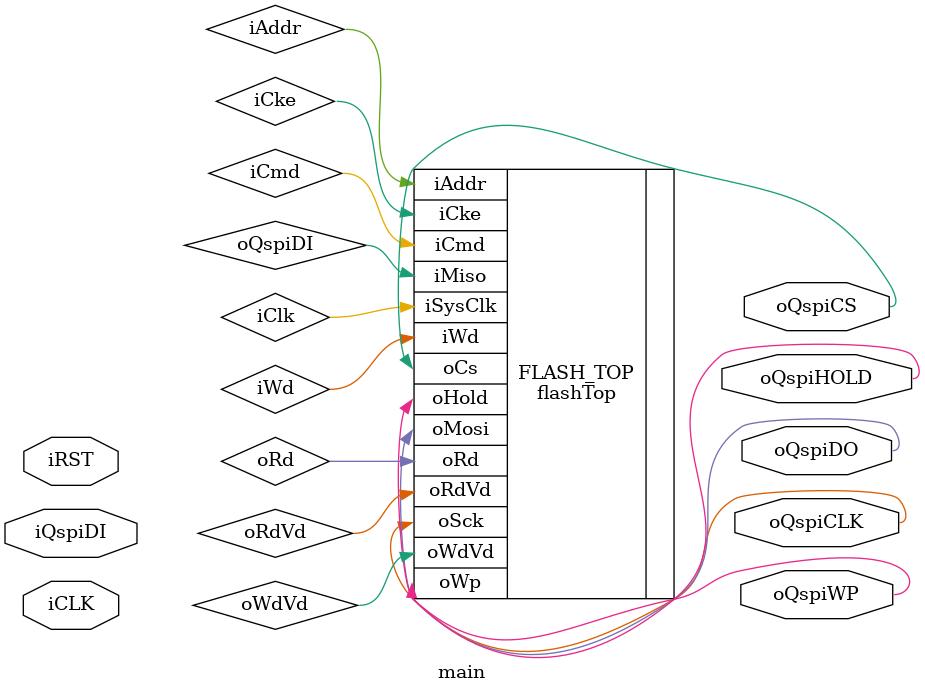
<source format=v>
/*
 * Create 2021/1/4
 * Author koutakimura
 * Editor VSCode ver1.62.7
 * Build  Vivado20.2
 * Borad  Nexys Video
 * -
 * 評価ボード付属デバイス S25FL256SAGMFI00
 * SPI接続のフラッシュメモリデモプロジェクト
 */
module main (
    input           iCLK,       // system clk
    input           iRST,       // system rst
    output          oQspiCLK,   // フラッシュメモリsck
    output          oQspiCS,    // フラッシュメモリチップセレクト
    output          oQspiDO,    // SPIデータ出力端子
    input           iQspiDI,    // SPIデータ入力端子
    output          oQspiWP,    // spiモードで使用するためHigh固定
    output          oQspiHOLD   // spiモードで使用するためHigh固定
);


flashTop #(
    .pClkDiv    (4),
    .pHoldTime  (10),
    .pMode      ("mode0")
) FLASH_TOP (
    .iSysClk    (iClk),
    .oCs        (oQspiCS),
    .oSck       (oQspiCLK),
    .oMosi      (oQspiDO),
    .iMiso      (oQspiDI),
    .oWp        (oQspiWP),
    .oHold      (oQspiHOLD),
    .iWd        (iWd),
    .oRd        (oRd),
    .iAddr      (iAddr),
    .iCke       (iCke),
    .iCmd       (iCmd),
    .oWdVd      (oWdVd),
    .oRdVd      (oRdVd)
);

endmodule

</source>
